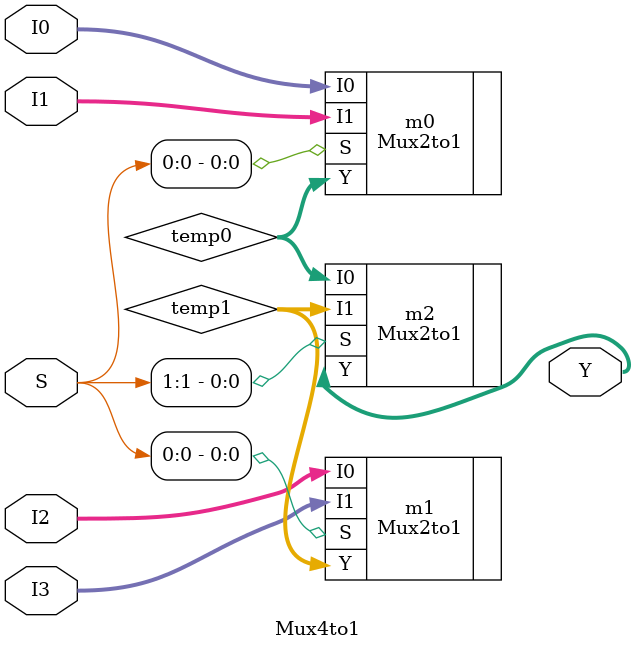
<source format=sv>
module hw6prob6
  (input  logic        go,
   input  logic [12:0] inputA,
   output logic        done,
   output logic [12:0] sumOdd,
   input  logic        clock, reset);

  logic enable, isOdd;
  logic [1:0] sel;
  
  FSM fsm(.*);
  DP  datapath(.*);

endmodule: hw6prob6

module FSM
  (input  logic       go, isOdd,
   output logic       done, enable,
   output logic [1:0] sel,
   input  logic       clock, reset);

  enum logic [1:0] {INACTIVE, ACTIVE} currentState, nextState;

  always_ff @(posedge clock, posedge reset)
    if(reset)
      currentState <= INACTIVE;
    else
      currentState <= nextState;

  // Output Generation Logic
  always_comb begin
    {done, enable, sel} = 4'b0_0_00;
    case(currentState)
      INACTIVE: 
         if (go) begin
           enable = 1'b1;
           sel = (isOdd) ? 2'd2 : 2'd3;
         end
      ACTIVE:
         if (go) begin
           enable = isOdd;
           sel = (isOdd) ? 2'd1 : 2'd0;  // 0 is a don't care
           end
         else
           done = 1'b1;
    endcase
  end

  // Next State Generation Logic
  // Interesting!  The next state doesn't depend on the state, only the input
  always_comb
    nextState = (go) ? ACTIVE : INACTIVE;
  
endmodule: FSM

module DP
 #(parameter WIDTH = 13)
  (input  logic [WIDTH-1:0] inputA,
   input  logic             enable,
   input  logic [1:0]       sel,
   output logic [WIDTH-1:0] sumOdd,
   output logic             isOdd,
   input  logic             clock);

  assign isOdd = inputA[0];

  logic [WIDTH-1:0] sum, mux_out;
  Adder #(WIDTH) s(.A(sumOdd), 
                   .B(inputA), 
                   .Cin(1'b0), 
                   .Cout(), 
                   .S(sum));
  Mux4to1 #(WIDTH) m(.I0(sumOdd),
                     .I1(sum), 
                     .I2(inputA),
                     .I3('d0),
                     .S(sel), 
                     .Y(mux_out));

  Register #(WIDTH) r(.D(mux_out), 
                      .clear(1'b0), 
                      .en(enable), 
                      .clock(clock), 
                      .Q(sumOdd));

endmodule: DP

module Mux4to1
 #(parameter WIDTH=8)
  (input  logic [WIDTH-1:0] I0, I1, I2, I3,
   input  logic [1:0]       S,
   output logic [WIDTH-1:0] Y);

  logic [WIDTH-1:0] temp0, temp1;
  Mux2to1 #(WIDTH) m0(.I0,
                      .I1,
                      .S(S[0]),
                      .Y(temp0));
  Mux2to1 #(WIDTH) m1(.I0(I2),
                      .I1(I3),
                      .S(S[0]),
                      .Y(temp1));
  Mux2to1 #(WIDTH) m2(.I0(temp0),
                      .I1(temp1),
                      .S(S[1]),
                      .Y);
endmodule : Mux4to1

/*  TESTBENCH
module Mux4to1_test();

  logic [6:0] Y;
  logic [1:0] S;
  Mux4to1 #(7) dut(.I0(7'd12),
                   .I1(7'b1111111),
                   .I2(7'b1111000),
                   .I3(7'b0101010),
                   .S,
                   .Y);
  initial begin
    $monitor("S(%b), Y(%b)", S, Y);
    S=2'd0;
    #10;
    S=2'd1;
    #10;
    S=2'd2;
    #10;
    S=2'd3;
    #10;
    $finish();
  end

endmodule : Mux4to1_test

TESTBENCH */

</source>
